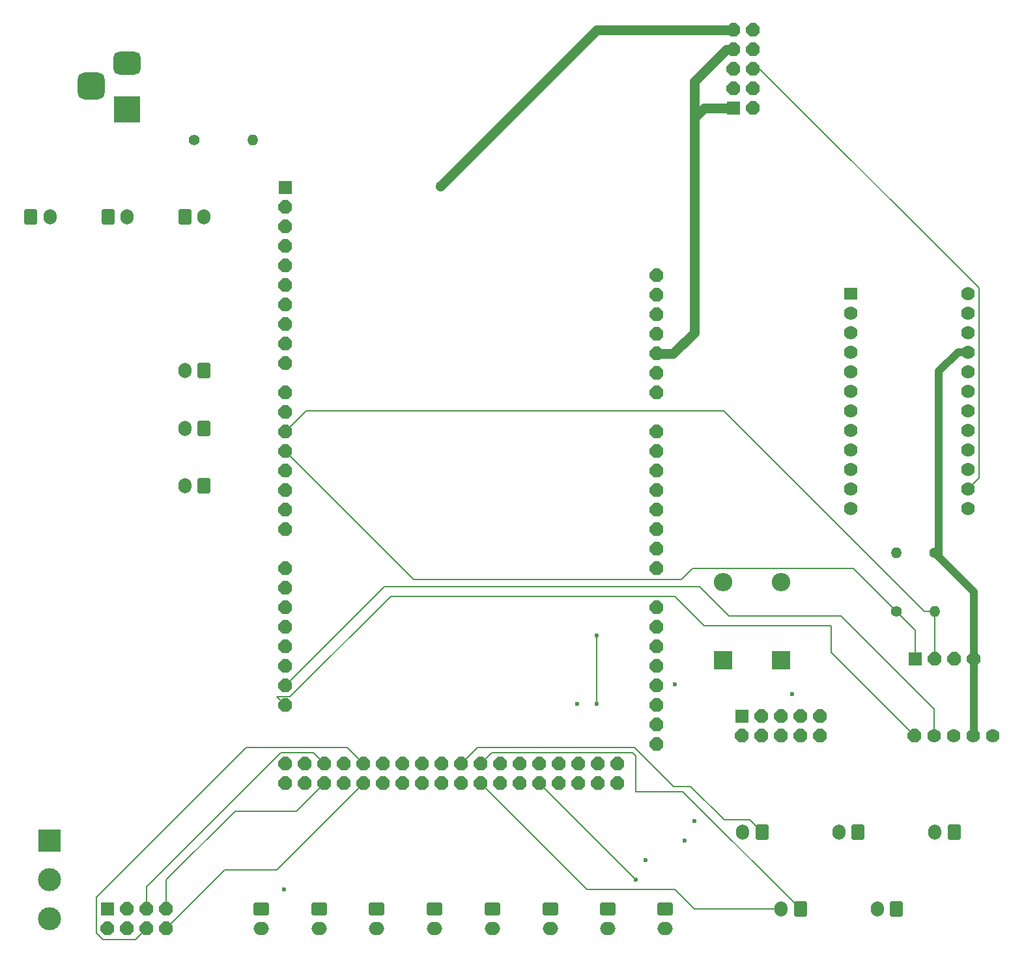
<source format=gbr>
%TF.GenerationSoftware,KiCad,Pcbnew,8.0.4*%
%TF.CreationDate,2024-09-16T22:19:33-06:00*%
%TF.ProjectId,main V3b,6d61696e-2056-4336-922e-6b696361645f,rev?*%
%TF.SameCoordinates,Original*%
%TF.FileFunction,Copper,L4,Bot*%
%TF.FilePolarity,Positive*%
%FSLAX46Y46*%
G04 Gerber Fmt 4.6, Leading zero omitted, Abs format (unit mm)*
G04 Created by KiCad (PCBNEW 8.0.4) date 2024-09-16 22:19:33*
%MOMM*%
%LPD*%
G01*
G04 APERTURE LIST*
G04 Aperture macros list*
%AMRoundRect*
0 Rectangle with rounded corners*
0 $1 Rounding radius*
0 $2 $3 $4 $5 $6 $7 $8 $9 X,Y pos of 4 corners*
0 Add a 4 corners polygon primitive as box body*
4,1,4,$2,$3,$4,$5,$6,$7,$8,$9,$2,$3,0*
0 Add four circle primitives for the rounded corners*
1,1,$1+$1,$2,$3*
1,1,$1+$1,$4,$5*
1,1,$1+$1,$6,$7*
1,1,$1+$1,$8,$9*
0 Add four rect primitives between the rounded corners*
20,1,$1+$1,$2,$3,$4,$5,0*
20,1,$1+$1,$4,$5,$6,$7,0*
20,1,$1+$1,$6,$7,$8,$9,0*
20,1,$1+$1,$8,$9,$2,$3,0*%
%AMOutline5P*
0 Free polygon, 5 corners , with rotation*
0 The origin of the aperture is its center*
0 number of corners: always 5*
0 $1 to $10 corner X, Y*
0 $11 Rotation angle, in degrees counterclockwise*
0 create outline with 5 corners*
4,1,5,$1,$2,$3,$4,$5,$6,$7,$8,$9,$10,$1,$2,$11*%
%AMOutline6P*
0 Free polygon, 6 corners , with rotation*
0 The origin of the aperture is its center*
0 number of corners: always 6*
0 $1 to $12 corner X, Y*
0 $13 Rotation angle, in degrees counterclockwise*
0 create outline with 6 corners*
4,1,6,$1,$2,$3,$4,$5,$6,$7,$8,$9,$10,$11,$12,$1,$2,$13*%
%AMOutline7P*
0 Free polygon, 7 corners , with rotation*
0 The origin of the aperture is its center*
0 number of corners: always 7*
0 $1 to $14 corner X, Y*
0 $15 Rotation angle, in degrees counterclockwise*
0 create outline with 7 corners*
4,1,7,$1,$2,$3,$4,$5,$6,$7,$8,$9,$10,$11,$12,$13,$14,$1,$2,$15*%
%AMOutline8P*
0 Free polygon, 8 corners , with rotation*
0 The origin of the aperture is its center*
0 number of corners: always 8*
0 $1 to $16 corner X, Y*
0 $17 Rotation angle, in degrees counterclockwise*
0 create outline with 8 corners*
4,1,8,$1,$2,$3,$4,$5,$6,$7,$8,$9,$10,$11,$12,$13,$14,$15,$16,$1,$2,$17*%
G04 Aperture macros list end*
%TA.AperFunction,ComponentPad*%
%ADD10R,1.778000X1.778000*%
%TD*%
%TA.AperFunction,ComponentPad*%
%ADD11Outline8P,-0.889000X0.368236X-0.368236X0.889000X0.368236X0.889000X0.889000X0.368236X0.889000X-0.368236X0.368236X-0.889000X-0.368236X-0.889000X-0.889000X-0.368236X0.000000*%
%TD*%
%TA.AperFunction,ComponentPad*%
%ADD12R,3.500000X3.500000*%
%TD*%
%TA.AperFunction,ComponentPad*%
%ADD13RoundRect,0.750000X-1.000000X0.750000X-1.000000X-0.750000X1.000000X-0.750000X1.000000X0.750000X0*%
%TD*%
%TA.AperFunction,ComponentPad*%
%ADD14RoundRect,0.875000X-0.875000X0.875000X-0.875000X-0.875000X0.875000X-0.875000X0.875000X0.875000X0*%
%TD*%
%TA.AperFunction,ComponentPad*%
%ADD15RoundRect,0.250000X-0.750000X0.600000X-0.750000X-0.600000X0.750000X-0.600000X0.750000X0.600000X0*%
%TD*%
%TA.AperFunction,ComponentPad*%
%ADD16O,2.000000X1.700000*%
%TD*%
%TA.AperFunction,ComponentPad*%
%ADD17C,1.400000*%
%TD*%
%TA.AperFunction,ComponentPad*%
%ADD18O,1.400000X1.400000*%
%TD*%
%TA.AperFunction,ComponentPad*%
%ADD19Outline8P,-0.889000X0.368236X-0.368236X0.889000X0.368236X0.889000X0.889000X0.368236X0.889000X-0.368236X0.368236X-0.889000X-0.368236X-0.889000X-0.889000X-0.368236X90.000000*%
%TD*%
%TA.AperFunction,ComponentPad*%
%ADD20RoundRect,0.250000X-0.600000X-0.750000X0.600000X-0.750000X0.600000X0.750000X-0.600000X0.750000X0*%
%TD*%
%TA.AperFunction,ComponentPad*%
%ADD21O,1.700000X2.000000*%
%TD*%
%TA.AperFunction,ComponentPad*%
%ADD22RoundRect,0.250000X0.600000X0.750000X-0.600000X0.750000X-0.600000X-0.750000X0.600000X-0.750000X0*%
%TD*%
%TA.AperFunction,ComponentPad*%
%ADD23R,2.400000X2.400000*%
%TD*%
%TA.AperFunction,ComponentPad*%
%ADD24O,2.400000X2.400000*%
%TD*%
%TA.AperFunction,ComponentPad*%
%ADD25R,3.000000X3.000000*%
%TD*%
%TA.AperFunction,ComponentPad*%
%ADD26C,3.000000*%
%TD*%
%TA.AperFunction,ComponentPad*%
%ADD27Outline8P,-0.889000X0.368236X-0.368236X0.889000X0.368236X0.889000X0.889000X0.368236X0.889000X-0.368236X0.368236X-0.889000X-0.368236X-0.889000X-0.889000X-0.368236X180.000000*%
%TD*%
%TA.AperFunction,ComponentPad*%
%ADD28R,1.778000X1.524000*%
%TD*%
%TA.AperFunction,ComponentPad*%
%ADD29C,1.778000*%
%TD*%
%TA.AperFunction,ViaPad*%
%ADD30C,1.270000*%
%TD*%
%TA.AperFunction,ViaPad*%
%ADD31C,0.600000*%
%TD*%
%TA.AperFunction,Conductor*%
%ADD32C,1.270000*%
%TD*%
%TA.AperFunction,Conductor*%
%ADD33C,1.016000*%
%TD*%
%TA.AperFunction,Conductor*%
%ADD34C,0.635000*%
%TD*%
%TA.AperFunction,Conductor*%
%ADD35C,0.200000*%
%TD*%
G04 APERTURE END LIST*
D10*
%TO.P,U$2,CLK,CLK*%
%TO.N,Net-(R2-Pad1)*%
X184960000Y-125000000D03*
D11*
%TO.P,U$2,DIO,DIO*%
%TO.N,Net-(R3-Pad2)*%
X187500000Y-125000000D03*
%TO.P,U$2,GND,GND*%
%TO.N,GND*%
X190040000Y-125000000D03*
%TO.P,U$2,VCC,VCC*%
%TO.N,/5V*%
X192580000Y-125000000D03*
%TD*%
D12*
%TO.P,J1,1,1*%
%TO.N,/RAW_IN*%
X82500000Y-53500000D03*
D13*
%TO.P,J1,2,2*%
%TO.N,unconnected-(J1-Pad2)*%
X82500000Y-47500000D03*
D14*
%TO.P,J1,3,3*%
%TO.N,GND*%
X77800000Y-50500000D03*
%TD*%
D15*
%TO.P,SW6,1,S*%
%TO.N,Net-(SW6A-S)*%
X137500000Y-157500000D03*
D16*
%TO.P,SW6,2,S*%
%TO.N,GND*%
X137500000Y-160000000D03*
%TD*%
D15*
%TO.P,SW4,1,S*%
%TO.N,Net-(SW4A-S)*%
X122450000Y-157500000D03*
D16*
%TO.P,SW4,2,S*%
%TO.N,GND*%
X122450000Y-160000000D03*
%TD*%
D15*
%TO.P,SW1,1,S*%
%TO.N,Net-(SW1A-S)*%
X99950000Y-157500000D03*
D16*
%TO.P,SW1,2,S*%
%TO.N,GND*%
X99950000Y-160000000D03*
%TD*%
D17*
%TO.P,R2,1,1*%
%TO.N,Net-(R2-Pad1)*%
X182500000Y-118810000D03*
D18*
%TO.P,R2,2,2*%
%TO.N,/5V*%
X182500000Y-111190000D03*
%TD*%
D19*
%TO.P,1,3V3,3V3*%
%TO.N,unconnected-(1-Pad3V3)*%
X163830000Y-43180000D03*
%TO.P,1,5V,5V*%
%TO.N,/5V*%
X161290000Y-43180000D03*
D10*
%TO.P,1,GND@1,GND*%
%TO.N,GND*%
X161290000Y-53340000D03*
D19*
%TO.P,1,GND@2,GND*%
X161290000Y-45720000D03*
%TO.P,1,INT,INT*%
%TO.N,unconnected-(1-PadINT)*%
X161290000Y-50800000D03*
%TO.P,1,MISO,MISO*%
%TO.N,Net-(U1-12)*%
X163830000Y-45720000D03*
%TO.P,1,MOSI,MOSI*%
%TO.N,Net-(U1-11)*%
X163830000Y-48260000D03*
%TO.P,1,RST,RST*%
%TO.N,/RESET*%
X161290000Y-48260000D03*
%TO.P,1,SCLK,SCLK*%
%TO.N,Net-(U1-13)*%
X163830000Y-53340000D03*
%TO.P,1,SCS,SCS*%
%TO.N,Net-(U1-10)*%
X163830000Y-50800000D03*
%TD*%
D20*
%TO.P,POWER_LED0,1,S*%
%TO.N,/5V*%
X90000000Y-67500000D03*
D21*
%TO.P,POWER_LED0,2,S*%
%TO.N,Net-(POWER_LED0B-S)*%
X92500000Y-67500000D03*
%TD*%
D22*
%TO.P,JACK_CON3,1,S*%
%TO.N,Net-(JACK_CON3A-S)*%
X177500000Y-147500000D03*
D21*
%TO.P,JACK_CON3,2,S*%
%TO.N,Net-(JACK_CON3B-S)*%
X175000000Y-147500000D03*
%TD*%
D22*
%TO.P,JACK_CON1,1,S*%
%TO.N,Net-(JACK_CON1A-S)*%
X165000000Y-147500000D03*
D21*
%TO.P,JACK_CON1,2,S*%
%TO.N,Net-(JACK_CON1B-S)*%
X162500000Y-147500000D03*
%TD*%
D10*
%TO.P,U$3,3V3,3V3*%
%TO.N,Net-(D2-K)*%
X162380000Y-132460000D03*
D11*
%TO.P,U$3,5V,5V*%
%TO.N,Net-(D1-K)*%
X164920000Y-132460000D03*
%TO.P,U$3,GND,GND*%
%TO.N,GND*%
X167460000Y-132460000D03*
%TO.P,U$3,MISO,MISO*%
%TO.N,/MISO*%
X172540000Y-135000000D03*
%TO.P,U$3,MOSI,MOSI*%
%TO.N,/MOSI*%
X172540000Y-132460000D03*
%TO.P,U$3,SCK,SCK*%
%TO.N,/SCK*%
X170000000Y-132460000D03*
%TO.P,U$3,SD_CS,SD_CS*%
%TO.N,/D48*%
X170000000Y-135000000D03*
%TO.P,U$3,SPKR,SPKR*%
%TO.N,/D2*%
X162380000Y-135000000D03*
%TO.P,U$3,TFT_CS,TFT_CS*%
%TO.N,/D53*%
X167460000Y-135000000D03*
%TO.P,U$3,TFT_DC,TFT_DC*%
%TO.N,Net-(U$1-PadD49)*%
X164920000Y-135000000D03*
%TD*%
D22*
%TO.P,SECTION_2_BUTTON0,1,KL*%
%TO.N,Net-(SECTION_2_BUTTON0A-KL)*%
X92500000Y-95000000D03*
D21*
%TO.P,SECTION_2_BUTTON0,2,KL*%
%TO.N,GND*%
X90000000Y-95000000D03*
%TD*%
D15*
%TO.P,SW5,1,S*%
%TO.N,Net-(SW5A-S)*%
X129950000Y-157500000D03*
D16*
%TO.P,SW5,2,S*%
%TO.N,GND*%
X129950000Y-160000000D03*
%TD*%
D20*
%TO.P,RESET0,1,S*%
%TO.N,/RESET*%
X80000000Y-67500000D03*
D21*
%TO.P,RESET0,2,S*%
%TO.N,GND*%
X82500000Y-67500000D03*
%TD*%
D20*
%TO.P,PWR_IN0,1,S*%
%TO.N,/RAW_IN*%
X70000000Y-67500000D03*
D21*
%TO.P,PWR_IN0,2,S*%
%TO.N,/5V*%
X72500000Y-67500000D03*
%TD*%
D23*
%TO.P,D2,1,K*%
%TO.N,Net-(D2-K)*%
X160000000Y-125160000D03*
D24*
%TO.P,D2,2,A*%
%TO.N,/3V3*%
X160000000Y-115000000D03*
%TD*%
D15*
%TO.P,SW3,1,S*%
%TO.N,Net-(SW3A-S)*%
X114950000Y-157500000D03*
D16*
%TO.P,SW3,2,S*%
%TO.N,GND*%
X114950000Y-160000000D03*
%TD*%
D22*
%TO.P,JACK_CON5,1,S*%
%TO.N,Net-(JACK_CON5A-S)*%
X190000000Y-147500000D03*
D21*
%TO.P,JACK_CON5,2,S*%
%TO.N,Net-(JACK_CON5B-S)*%
X187500000Y-147500000D03*
%TD*%
D15*
%TO.P,SW2,1,S*%
%TO.N,Net-(SW2A-S)*%
X107450000Y-157500000D03*
D16*
%TO.P,SW2,2,S*%
%TO.N,GND*%
X107450000Y-160000000D03*
%TD*%
D17*
%TO.P,R1,1,1*%
%TO.N,Net-(POWER_LED0B-S)*%
X91190000Y-57500000D03*
D18*
%TO.P,R1,2,2*%
%TO.N,GND*%
X98810000Y-57500000D03*
%TD*%
D15*
%TO.P,SW8,1,S*%
%TO.N,Net-(SW8A-S)*%
X152450000Y-157500000D03*
D16*
%TO.P,SW8,2,S*%
%TO.N,GND*%
X152450000Y-160000000D03*
%TD*%
D10*
%TO.P,U$4,P1,P1*%
%TO.N,Net-(U$1-PadD22)*%
X79960000Y-157460000D03*
D11*
%TO.P,U$4,P2,P2*%
%TO.N,Net-(U$1-PadD23)*%
X82500000Y-157460000D03*
%TO.P,U$4,P3,P3*%
%TO.N,Net-(U$1-PadD24)*%
X85040000Y-157460000D03*
%TO.P,U$4,P4,P4*%
%TO.N,Net-(U$1-PadD25)*%
X87580000Y-157460000D03*
%TO.P,U$4,PA,PA*%
%TO.N,Net-(U$1-PadD26)*%
X79960000Y-160000000D03*
%TO.P,U$4,PB,PB*%
%TO.N,Net-(U$1-PadD27)*%
X82500000Y-160000000D03*
%TO.P,U$4,PC,PC*%
%TO.N,Net-(U$1-PadD28)*%
X85040000Y-160000000D03*
%TO.P,U$4,PD,PD*%
%TO.N,/D29*%
X87580000Y-160000000D03*
%TD*%
D15*
%TO.P,SW7,1,S*%
%TO.N,Net-(SW7A-S)*%
X144950000Y-157500000D03*
D16*
%TO.P,SW7,2,S*%
%TO.N,GND*%
X144950000Y-160000000D03*
%TD*%
D25*
%TO.P,X1,1,KL*%
%TO.N,/5V*%
X72390000Y-148590000D03*
D26*
%TO.P,X1,2,KL*%
%TO.N,Net-(X1B-KL)*%
X72390000Y-153670000D03*
%TO.P,X1,3,KL*%
%TO.N,GND*%
X72390000Y-158750000D03*
%TD*%
D27*
%TO.P,U$1,3V3,3V3*%
%TO.N,/3V3*%
X151328500Y-80210000D03*
%TO.P,U$1,5V@1,5V*%
%TO.N,Net-(U$1-5V-Pad5V@1)*%
X151328500Y-82750000D03*
%TO.P,U$1,5V@2,5V*%
X103068500Y-138630000D03*
%TO.P,U$1,5V@3,5V*%
X103068500Y-141170000D03*
%TO.P,U$1,A0,A0*%
%TO.N,unconnected-(U$1-PadA0)*%
X151328500Y-95450000D03*
%TO.P,U$1,A1,A1*%
%TO.N,unconnected-(U$1-PadA1)*%
X151328500Y-97990000D03*
%TO.P,U$1,A2,A2*%
%TO.N,unconnected-(U$1-PadA2)*%
X151328500Y-100530000D03*
%TO.P,U$1,A3,A3*%
%TO.N,unconnected-(U$1-PadA3)*%
X151328500Y-103070000D03*
%TO.P,U$1,A4,A4*%
%TO.N,unconnected-(U$1-PadA4)*%
X151328500Y-105610000D03*
%TO.P,U$1,A5,A5*%
%TO.N,unconnected-(U$1-PadA5)*%
X151328500Y-108150000D03*
%TO.P,U$1,A6,A6*%
%TO.N,unconnected-(U$1-PadA6)*%
X151328500Y-110690000D03*
%TO.P,U$1,A7,A7*%
%TO.N,unconnected-(U$1-PadA7)*%
X151328500Y-113230000D03*
%TO.P,U$1,A8,A8*%
%TO.N,unconnected-(U$1-PadA8)*%
X151328500Y-118310000D03*
%TO.P,U$1,A9,A9*%
%TO.N,unconnected-(U$1-PadA9)*%
X151328500Y-120850000D03*
%TO.P,U$1,A10,A10*%
%TO.N,unconnected-(U$1-PadA10)*%
X151328500Y-123390000D03*
%TO.P,U$1,A11,A11*%
%TO.N,unconnected-(U$1-PadA11)*%
X151328500Y-125930000D03*
%TO.P,U$1,A12,A12*%
%TO.N,unconnected-(U$1-PadA12)*%
X151328500Y-128470000D03*
%TO.P,U$1,A13,A13*%
%TO.N,unconnected-(U$1-PadA13)*%
X151328500Y-131010000D03*
%TO.P,U$1,A14,A14*%
%TO.N,unconnected-(U$1-PadA14)*%
X151328500Y-133550000D03*
%TO.P,U$1,A15,A15*%
%TO.N,unconnected-(U$1-PadA15)*%
X151328500Y-136090000D03*
%TO.P,U$1,AREF,AREF*%
%TO.N,unconnected-(U$1-PadAREF)*%
X103068500Y-68780000D03*
%TO.P,U$1,D0,D0*%
%TO.N,Net-(U1-TXD)*%
X103068500Y-108150000D03*
%TO.P,U$1,D1,D1*%
%TO.N,Net-(U1-RXI)*%
X103068500Y-105610000D03*
%TO.P,U$1,D2,D2*%
%TO.N,/D2*%
X103068500Y-103070000D03*
%TO.P,U$1,D3,D3*%
%TO.N,unconnected-(U$1-PadD3)*%
X103068500Y-100530000D03*
%TO.P,U$1,D4,D4*%
%TO.N,Net-(R2-Pad1)*%
X103068500Y-97990000D03*
%TO.P,U$1,D5,D5*%
%TO.N,Net-(R3-Pad2)*%
X103068500Y-95450000D03*
%TO.P,U$1,D6,D6*%
%TO.N,unconnected-(U$1-PadD6)*%
X103068500Y-92910000D03*
%TO.P,U$1,D7,D7*%
%TO.N,unconnected-(U$1-PadD7)*%
X103068500Y-90370000D03*
%TO.P,U$1,D8,D8*%
%TO.N,Net-(X1B-KL)*%
X103068500Y-86560000D03*
%TO.P,U$1,D9,D9*%
%TO.N,Net-(SECTION_1_BUTTON0A-KL)*%
X103068500Y-84020000D03*
%TO.P,U$1,D10,D10*%
%TO.N,Net-(SECTION_2_BUTTON0A-KL)*%
X103068500Y-81480000D03*
%TO.P,U$1,D11,D11*%
%TO.N,Net-(SECTION_3_BUTTON0A-KL)*%
X103068500Y-78940000D03*
%TO.P,U$1,D12,D12*%
%TO.N,unconnected-(U$1-PadD12)*%
X103068500Y-76400000D03*
%TO.P,U$1,D13,D13*%
%TO.N,unconnected-(U$1-PadD13)*%
X103068500Y-73860000D03*
%TO.P,U$1,D14,D14*%
%TO.N,unconnected-(U$1-PadD14)*%
X103068500Y-113230000D03*
%TO.P,U$1,D15,D15*%
%TO.N,unconnected-(U$1-PadD15)*%
X103068500Y-115770000D03*
%TO.P,U$1,D16,D16*%
%TO.N,unconnected-(U$1-PadD16)*%
X103068500Y-118310000D03*
%TO.P,U$1,D17,D17*%
%TO.N,unconnected-(U$1-PadD17)*%
X103068500Y-120850000D03*
%TO.P,U$1,D18,D18*%
%TO.N,unconnected-(U$1-PadD18)*%
X103068500Y-123390000D03*
%TO.P,U$1,D19,D19*%
%TO.N,unconnected-(U$1-PadD19)*%
X103068500Y-125930000D03*
%TO.P,U$1,D20,D20*%
%TO.N,Net-(U$1-PadD20)*%
X103068500Y-128470000D03*
%TO.P,U$1,D21,D21*%
%TO.N,/D21*%
X103068500Y-131010000D03*
%TO.P,U$1,D22,D22*%
%TO.N,Net-(U$1-PadD22)*%
X105608500Y-138630000D03*
%TO.P,U$1,D23,D23*%
%TO.N,Net-(U$1-PadD23)*%
X105608500Y-141170000D03*
%TO.P,U$1,D24,D24*%
%TO.N,Net-(U$1-PadD24)*%
X108148500Y-138630000D03*
%TO.P,U$1,D25,D25*%
%TO.N,Net-(U$1-PadD25)*%
X108148500Y-141170000D03*
%TO.P,U$1,D26,D26*%
%TO.N,Net-(U$1-PadD26)*%
X110688500Y-138630000D03*
%TO.P,U$1,D27,D27*%
%TO.N,Net-(U$1-PadD27)*%
X110688500Y-141170000D03*
%TO.P,U$1,D28,D28*%
%TO.N,Net-(U$1-PadD28)*%
X113228500Y-138630000D03*
%TO.P,U$1,D29,D29*%
%TO.N,/D29*%
X113228500Y-141170000D03*
%TO.P,U$1,D30,D30*%
%TO.N,Net-(SW1A-S)*%
X115768500Y-138630000D03*
%TO.P,U$1,D31,D31*%
%TO.N,Net-(SW2A-S)*%
X115768500Y-141170000D03*
%TO.P,U$1,D32,D32*%
%TO.N,Net-(SW3A-S)*%
X118308500Y-138630000D03*
%TO.P,U$1,D33,D33*%
%TO.N,Net-(SW4A-S)*%
X118308500Y-141170000D03*
%TO.P,U$1,D34,D34*%
%TO.N,Net-(SW5A-S)*%
X120848500Y-138630000D03*
%TO.P,U$1,D35,D35*%
%TO.N,Net-(SW6A-S)*%
X120848500Y-141170000D03*
%TO.P,U$1,D36,D36*%
%TO.N,Net-(SW7A-S)*%
X123388500Y-138630000D03*
%TO.P,U$1,D37,D37*%
%TO.N,Net-(SW8A-S)*%
X123388500Y-141170000D03*
%TO.P,U$1,D38,D38*%
%TO.N,Net-(JACK_CON1A-S)*%
X125928500Y-138630000D03*
%TO.P,U$1,D39,D39*%
%TO.N,Net-(JACK_CON1B-S)*%
X125928500Y-141170000D03*
%TO.P,U$1,D40,D40*%
%TO.N,Net-(JACK_CON2A-S)*%
X128468500Y-138630000D03*
%TO.P,U$1,D41,D41*%
%TO.N,Net-(JACK_CON2B-S)*%
X128468500Y-141170000D03*
%TO.P,U$1,D42,D42*%
%TO.N,Net-(JACK_CON3A-S)*%
X131008500Y-138630000D03*
%TO.P,U$1,D43,D43*%
%TO.N,Net-(JACK_CON3B-S)*%
X131008500Y-141170000D03*
%TO.P,U$1,D44,D44*%
%TO.N,Net-(JACK_CON4A-S)*%
X133548500Y-138630000D03*
%TO.P,U$1,D45,D45*%
%TO.N,Net-(JACK_CON4B-S)*%
X133548500Y-141170000D03*
%TO.P,U$1,D46,D46*%
%TO.N,Net-(JACK_CON5A-S)*%
X136088500Y-138630000D03*
%TO.P,U$1,D47,D47*%
%TO.N,Net-(JACK_CON5B-S)*%
X136088500Y-141170000D03*
%TO.P,U$1,D48,D48*%
%TO.N,/D48*%
X138628500Y-138630000D03*
%TO.P,U$1,D49,D49*%
%TO.N,Net-(U$1-PadD49)*%
X138628500Y-141170000D03*
%TO.P,U$1,D50,D50*%
%TO.N,/MISO*%
X141168500Y-138630000D03*
%TO.P,U$1,D51,D51*%
%TO.N,/MOSI*%
X141168500Y-141170000D03*
%TO.P,U$1,D52,D52*%
%TO.N,/SCK*%
X143708500Y-138630000D03*
%TO.P,U$1,D53,D53*%
%TO.N,/D53*%
X143708500Y-141170000D03*
%TO.P,U$1,GND@1,GND*%
%TO.N,GND*%
X103068500Y-71320000D03*
%TO.P,U$1,GND@2,GND*%
X151328500Y-87830000D03*
%TO.P,U$1,GND@3,GND*%
X151328500Y-85290000D03*
%TO.P,U$1,GND@4,GND*%
X146248500Y-138630000D03*
%TO.P,U$1,GND@5,GND*%
X146248500Y-141170000D03*
%TO.P,U$1,IOREF,IOREF*%
%TO.N,unconnected-(U$1-PadIOREF)*%
X151328500Y-75130000D03*
%TO.P,U$1,RESET,RESET*%
%TO.N,/RESET*%
X151328500Y-77670000D03*
D10*
%TO.P,U$1,SCL,SCL*%
%TO.N,unconnected-(U$1-PadSCL)*%
X103068500Y-63700000D03*
D27*
%TO.P,U$1,SDA,SDA*%
%TO.N,unconnected-(U$1-PadSDA)*%
X103068500Y-66240000D03*
%TO.P,U$1,VIN,VIN*%
%TO.N,/5V*%
X151328500Y-90370000D03*
%TD*%
D22*
%TO.P,JACK_CON2,1,S*%
%TO.N,Net-(JACK_CON2A-S)*%
X170000000Y-157500000D03*
D21*
%TO.P,JACK_CON2,2,S*%
%TO.N,Net-(JACK_CON2B-S)*%
X167500000Y-157500000D03*
%TD*%
D22*
%TO.P,SECTION_1_BUTTON0,1,KL*%
%TO.N,Net-(SECTION_1_BUTTON0A-KL)*%
X92500000Y-102500000D03*
D21*
%TO.P,SECTION_1_BUTTON0,2,KL*%
%TO.N,GND*%
X90000000Y-102500000D03*
%TD*%
D28*
%TO.P,U1,0,TXD*%
%TO.N,Net-(U1-TXD)*%
X176530000Y-77470000D03*
D29*
%TO.P,U1,1,RXI*%
%TO.N,Net-(U1-RXI)*%
X176530000Y-80010000D03*
%TO.P,U1,2,GND/RST*%
%TO.N,unconnected-(U1-GND{slash}RST-Pad2)*%
X176530000Y-82550000D03*
%TO.P,U1,3,GND*%
%TO.N,unconnected-(U1-GND-Pad3)*%
X176530000Y-85090000D03*
%TO.P,U1,4,2*%
%TO.N,unconnected-(U1-2-Pad4)*%
X176530000Y-87630000D03*
%TO.P,U1,5,3*%
%TO.N,unconnected-(U1-3-Pad5)*%
X176530000Y-90170000D03*
%TO.P,U1,6,4*%
%TO.N,unconnected-(U1-4-Pad6)*%
X176530000Y-92710000D03*
%TO.P,U1,7,5*%
%TO.N,unconnected-(U1-5-Pad7)*%
X176530000Y-95250000D03*
%TO.P,U1,8,6*%
%TO.N,unconnected-(U1-6-Pad8)*%
X176530000Y-97790000D03*
%TO.P,U1,9,7*%
%TO.N,unconnected-(U1-7-Pad9)*%
X176530000Y-100330000D03*
%TO.P,U1,10,8*%
%TO.N,unconnected-(U1-8-Pad10)*%
X176530000Y-102870000D03*
%TO.P,U1,11,9*%
%TO.N,unconnected-(U1-9-Pad11)*%
X176530000Y-105410000D03*
%TO.P,U1,12,10*%
%TO.N,Net-(U1-10)*%
X191770000Y-105410000D03*
%TO.P,U1,13,11*%
%TO.N,Net-(U1-11)*%
X191770000Y-102870000D03*
%TO.P,U1,14,12*%
%TO.N,Net-(U1-12)*%
X191770000Y-100330000D03*
%TO.P,U1,15,13*%
%TO.N,Net-(U1-13)*%
X191770000Y-97790000D03*
%TO.P,U1,16,A0*%
%TO.N,unconnected-(U1-A0-Pad16)*%
X191770000Y-95250000D03*
%TO.P,U1,17,A1*%
%TO.N,unconnected-(U1-A1-Pad17)*%
X191770000Y-92710000D03*
%TO.P,U1,18,A2*%
%TO.N,unconnected-(U1-A2-Pad18)*%
X191770000Y-90170000D03*
%TO.P,U1,19,A3*%
%TO.N,unconnected-(U1-A3-Pad19)*%
X191770000Y-87630000D03*
%TO.P,U1,20,VCC*%
%TO.N,/5V*%
X191770000Y-85090000D03*
%TO.P,U1,21,RST*%
%TO.N,/RESET*%
X191770000Y-82550000D03*
%TO.P,U1,22,GND*%
%TO.N,GND*%
X191770000Y-80010000D03*
%TO.P,U1,23,RAW*%
%TO.N,unconnected-(U1-RAW-Pad23)*%
X191770000Y-77470000D03*
%TD*%
D22*
%TO.P,JACK_CON4,1,S*%
%TO.N,Net-(JACK_CON4A-S)*%
X182500000Y-157500000D03*
D21*
%TO.P,JACK_CON4,2,S*%
%TO.N,Net-(JACK_CON4B-S)*%
X180000000Y-157500000D03*
%TD*%
D17*
%TO.P,R3,1,1*%
%TO.N,/5V*%
X187500000Y-111190000D03*
D18*
%TO.P,R3,2,2*%
%TO.N,Net-(R3-Pad2)*%
X187500000Y-118810000D03*
%TD*%
D29*
%TO.P,U$5,+,+*%
%TO.N,/5V*%
X192500000Y-135000000D03*
D11*
%TO.P,U$5,CLK,CLK*%
%TO.N,/D21*%
X184880000Y-135000000D03*
D29*
%TO.P,U$5,DT,DT*%
%TO.N,Net-(U$1-PadD20)*%
X187420000Y-135000000D03*
%TO.P,U$5,GND,GND*%
%TO.N,GND*%
X195040000Y-135000000D03*
%TO.P,U$5,SW,SW*%
%TO.N,unconnected-(U$5-PadSW)*%
X189960000Y-135000000D03*
%TD*%
D22*
%TO.P,SECTION_3_BUTTON0,1,KL*%
%TO.N,Net-(SECTION_3_BUTTON0A-KL)*%
X92500000Y-87500000D03*
D21*
%TO.P,SECTION_3_BUTTON0,2,KL*%
%TO.N,GND*%
X90000000Y-87500000D03*
%TD*%
D23*
%TO.P,D1,1,K*%
%TO.N,Net-(D1-K)*%
X167500000Y-125160000D03*
D24*
%TO.P,D1,2,A*%
%TO.N,/5V*%
X167500000Y-115000000D03*
%TD*%
D30*
%TO.N,/5V*%
X123190000Y-63500000D03*
D31*
%TO.N,Net-(JACK_CON5B-S)*%
X148590000Y-153670000D03*
%TO.N,/SCK*%
X143510000Y-121920000D03*
X168910000Y-129540000D03*
X143510000Y-130810000D03*
%TO.N,/MOSI*%
X154940000Y-148590000D03*
%TO.N,/D48*%
X153670000Y-128270000D03*
%TO.N,Net-(U$1-5V-Pad5V@1)*%
X102870000Y-154940000D03*
%TO.N,/D53*%
X156210000Y-146050000D03*
%TO.N,/MISO*%
X140970000Y-130810000D03*
%TO.N,Net-(U$1-PadD49)*%
X149860000Y-151130000D03*
%TD*%
D32*
%TO.N,/5V*%
X143510000Y-43180000D02*
X161290000Y-43180000D01*
D33*
X190512765Y-85090000D02*
X191770000Y-85090000D01*
X188015000Y-111705000D02*
X192580000Y-116270000D01*
X188015000Y-87587765D02*
X190512765Y-85090000D01*
X192580000Y-116270000D02*
X192580000Y-125000000D01*
X188015000Y-111705000D02*
X188015000Y-87587765D01*
D32*
X123190000Y-63500000D02*
X143510000Y-43180000D01*
D33*
X187500000Y-111190000D02*
X188015000Y-111705000D01*
D34*
X192580000Y-134920000D02*
X192500000Y-135000000D01*
D33*
X192580000Y-125000000D02*
X192580000Y-134920000D01*
D32*
%TO.N,GND*%
X156210000Y-82550000D02*
X156210000Y-54610000D01*
X160401000Y-45720000D02*
X161290000Y-45720000D01*
D35*
X151328500Y-85290000D02*
X151130000Y-85091500D01*
D32*
X157480000Y-53340000D02*
X161290000Y-53340000D01*
X153470000Y-85290000D02*
X156210000Y-82550000D01*
D35*
X153470000Y-85290000D02*
X153670000Y-85090000D01*
D32*
X156210000Y-54610000D02*
X157480000Y-53340000D01*
X151328500Y-85290000D02*
X153470000Y-85290000D01*
X156210000Y-49911000D02*
X160401000Y-45720000D01*
D35*
X151130000Y-85091500D02*
X151130000Y-85090000D01*
D32*
X156210000Y-54610000D02*
X156210000Y-49911000D01*
D35*
%TO.N,Net-(JACK_CON1A-S)*%
X148430341Y-136526600D02*
X128031900Y-136526600D01*
X165000000Y-147500000D02*
X163442800Y-145942800D01*
X155767200Y-141582800D02*
X153486541Y-141582800D01*
X128031900Y-136526600D02*
X125928500Y-138630000D01*
X153486541Y-141582800D02*
X148430341Y-136526600D01*
X160127200Y-145942800D02*
X155767200Y-141582800D01*
X163442800Y-145942800D02*
X160127200Y-145942800D01*
%TO.N,Net-(JACK_CON1B-S)*%
X125928500Y-141170000D02*
X125730000Y-140971500D01*
X125730000Y-140970000D02*
X125730000Y-140971500D01*
%TO.N,Net-(JACK_CON2B-S)*%
X129916200Y-142616200D02*
X142240000Y-154940000D01*
X156210000Y-157480000D02*
X157480000Y-157480000D01*
X142240000Y-154940000D02*
X153670000Y-154940000D01*
X129914700Y-142616200D02*
X129916200Y-142616200D01*
X128468500Y-141170000D02*
X129914700Y-142616200D01*
X153670000Y-154940000D02*
X156210000Y-157480000D01*
X157480000Y-157480000D02*
X157500000Y-157500000D01*
X157500000Y-157500000D02*
X167500000Y-157500000D01*
%TO.N,Net-(JACK_CON2A-S)*%
X148590000Y-142240000D02*
X148590000Y-137615681D01*
X148158119Y-137183800D02*
X129914700Y-137183800D01*
X129914700Y-137183800D02*
X128468500Y-138630000D01*
X170000000Y-157500000D02*
X154740000Y-142240000D01*
X148590000Y-137615681D02*
X148158119Y-137183800D01*
X154740000Y-142240000D02*
X148590000Y-142240000D01*
%TO.N,Net-(JACK_CON5B-S)*%
X148590000Y-153670000D02*
X148588500Y-153670000D01*
X148588500Y-153670000D02*
X136088500Y-141170000D01*
%TO.N,Net-(JACK_CON5A-S)*%
X190000000Y-147500000D02*
X190320000Y-147500000D01*
X190320000Y-147500000D02*
X190500000Y-147320000D01*
%TO.N,Net-(R2-Pad1)*%
X119754700Y-114676200D02*
X154563800Y-114676200D01*
X176932800Y-113242800D02*
X182500000Y-118810000D01*
X184960000Y-121270000D02*
X184960000Y-125000000D01*
X103068500Y-97990000D02*
X119754700Y-114676200D01*
X154563800Y-114676200D02*
X155997200Y-113242800D01*
X155997200Y-113242800D02*
X176932800Y-113242800D01*
X182500000Y-118810000D02*
X184960000Y-121270000D01*
%TO.N,Net-(R3-Pad2)*%
X187500000Y-118810000D02*
X187500000Y-125000000D01*
X160020000Y-92710000D02*
X186120000Y-118810000D01*
X186120000Y-118810000D02*
X187500000Y-118810000D01*
X105808500Y-92710000D02*
X160020000Y-92710000D01*
X103068500Y-95450000D02*
X105808500Y-92710000D01*
%TO.N,/SCK*%
X143510000Y-130810000D02*
X143510000Y-121920000D01*
%TO.N,/D21*%
X103667536Y-129916200D02*
X116743736Y-116840000D01*
X103068500Y-131010000D02*
X101974700Y-129916200D01*
X157480000Y-120650000D02*
X173990000Y-120650000D01*
X173990000Y-120650000D02*
X173990000Y-124110000D01*
X173990000Y-124110000D02*
X184880000Y-135000000D01*
X116743736Y-116840000D02*
X153670000Y-116840000D01*
X153670000Y-116840000D02*
X157480000Y-120650000D01*
X101974700Y-129916200D02*
X103667536Y-129916200D01*
%TO.N,Net-(U$1-PadD25)*%
X87580000Y-157460000D02*
X87580000Y-153720000D01*
X87580000Y-153720000D02*
X96520000Y-144780000D01*
X104538500Y-144780000D02*
X108148500Y-141170000D01*
X96520000Y-144780000D02*
X104538500Y-144780000D01*
%TO.N,/D29*%
X95180000Y-152400000D02*
X101998500Y-152400000D01*
X101998500Y-152400000D02*
X113228500Y-141170000D01*
X87580000Y-160000000D02*
X95180000Y-152400000D01*
%TO.N,Net-(U$1-PadD20)*%
X103068500Y-128470000D02*
X115968500Y-115570000D01*
X175260000Y-119380000D02*
X187420000Y-131540000D01*
X115968500Y-115570000D02*
X156944943Y-115570000D01*
X156944943Y-115570000D02*
X160754943Y-119380000D01*
X187420000Y-131540000D02*
X187420000Y-135000000D01*
X160754943Y-119380000D02*
X175260000Y-119380000D01*
%TO.N,Net-(U$1-PadD28)*%
X98001000Y-136526600D02*
X111125100Y-136526600D01*
X111125100Y-136526600D02*
X113228500Y-138630000D01*
X83593800Y-161446200D02*
X79360964Y-161446200D01*
X78513800Y-156013800D02*
X98001000Y-136526600D01*
X78513800Y-160599036D02*
X78513800Y-156013800D01*
X79360964Y-161446200D02*
X78513800Y-160599036D01*
X85040000Y-160000000D02*
X83593800Y-161446200D01*
%TO.N,Net-(U$1-PadD26)*%
X79990000Y-160000000D02*
X80010000Y-160020000D01*
X79990000Y-160000000D02*
X79960000Y-160000000D01*
%TO.N,Net-(U$1-PadD24)*%
X85040000Y-157460000D02*
X85040000Y-154613264D01*
X106702300Y-137183800D02*
X108148500Y-138630000D01*
X85040000Y-154613264D02*
X102469464Y-137183800D01*
X102469464Y-137183800D02*
X106702300Y-137183800D01*
%TO.N,Net-(U1-11)*%
X164719000Y-48260000D02*
X193216200Y-76757200D01*
X193216200Y-76757200D02*
X193216200Y-101423800D01*
X163830000Y-48260000D02*
X164719000Y-48260000D01*
X193216200Y-101423800D02*
X191770000Y-102870000D01*
%TD*%
M02*

</source>
